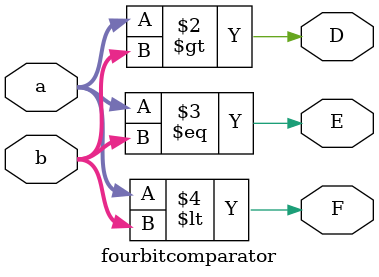
<source format=v>
`timescale 1ns / 1ps




module fourbitcomparator(D,E,F,a,b);
input [3:0] a,b;
output reg D,E,F;
always @ (*)begin
 D= (a>b);//A>B
 E= (a==b);//A==B
 F= (a<b);//A<B
 end
endmodule

</source>
